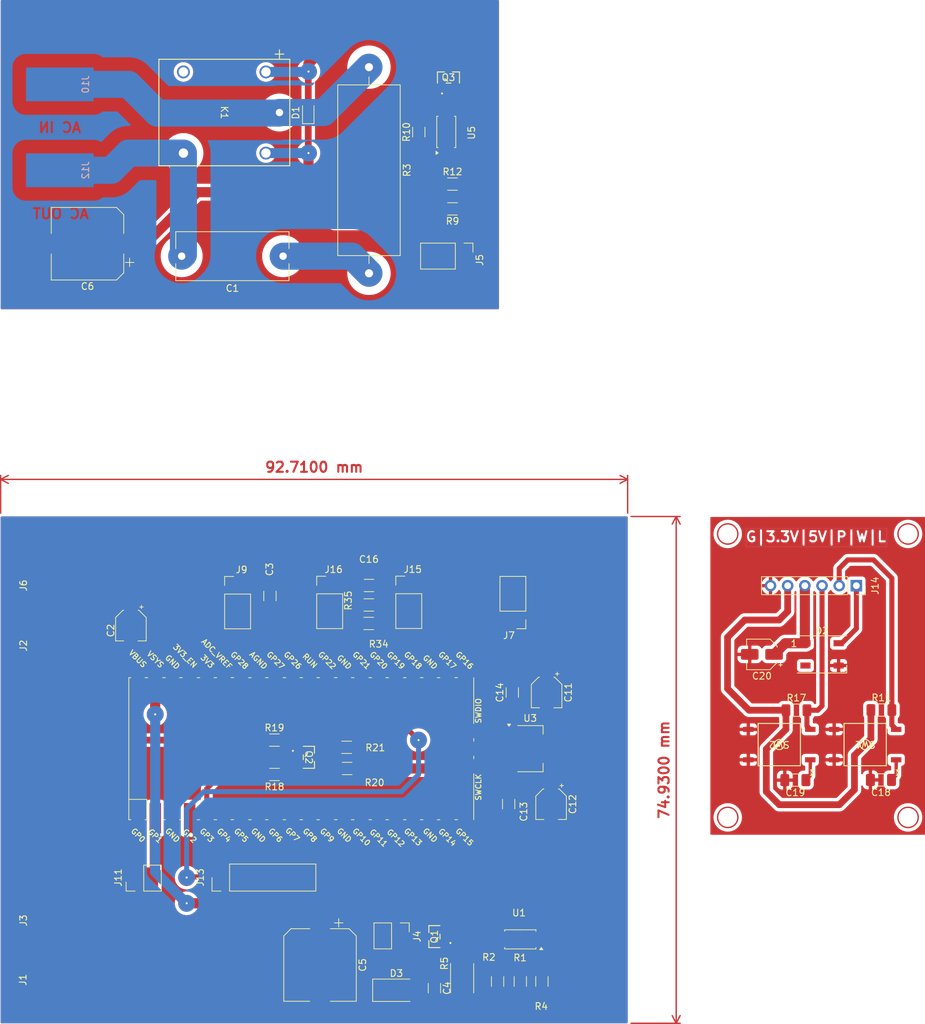
<source format=kicad_pcb>
(kicad_pcb (version 20240108) (generator "pcbnew") (generator_version "8.0")
  (layers (0 "F.Cu" signal) (31 "B.Cu" signal) (34 "B.Paste" user) (35 "F.Paste" user) (36 "B.SilkS" user "B.Silkscreen") (37 "F.SilkS" user "F.Silkscreen") (38 "B.Mask" user) (39 "F.Mask" user) (44 "Edge.Cuts" user))
  (net 0 "")
  (net 1 "+5V(A)")
  (net 2 "GND")
  (net 3 "Net-(D1-A)")
  (net 4 "/AC LIVE IN")
  (net 5 "Net-(J11-Pin_1)")
  (net 6 "Net-(J11-Pin_2)")
  (net 8 "Net-(Q3-G)")
  (net 9 "Net-(R12-Pad1)")
  (net 10 "/Relay 1")
  (net 11 "+12V")
  (net 12 "Net-(C4-Pad2)")
  (net 13 "Net-(Q1-G)")
  (net 14 "Net-(R1-Pad2)")
  (net 15 "/Solenoid")
  (net 16 "Net-(C18-Pad1)")
  (net 20 "Net-(U3-VO)")
  (net 22 "Net-(C19-Pad1)")
  (net 30 "Net-(D2-DIN)")
  (net 37 "+3.3V")
  (net 38 "/AC OUT")
  (net 39 "/AC ROUTE")
  (net 40 "Net-(D3-A)")
  (net 41 "/Pressure")
  (net 43 "Net-(J16-Pin_2)")
  (net 44 "/Current Sense")
  (net 49 "Net-(Q2-D)")
  (net 50 "Net-(Q2-S)")
  (net 51 "/Reset Wifi")
  (net 52 "/Shut Down")
  (net 53 "/RGB LED")
  (net 54 "unconnected-(U6-GPIO5-Pad7)")
  (net 55 "Net-(J5-Pin_1)")
  (net 56 "Net-(J13-Pin_1)")
  (net 58 "Net-(J14-Pin_2)")
  (net 59 "Net-(J14-Pin_3)")
  (footprint "Capacitor_SMD:C_1206_3216Metric_Pad1.33x1.80mm_HandSolder" (layer "F.Cu") (at 91.33183 131.389951 90)
    (property "Reference" "C14")
    (property "Value" "100nf")
  )
  (footprint "Resistor_THT:R_Axial_Power_L25.0mm_W9.0mm_P30.48mm" (layer "F.Cu") (at 70.144822 38.931682 -90)
    (property "Reference" "R3")
    (property "Value" "680R")
  )
  (footprint "Resistor_SMD:R_2512_6332Metric_Pad1.40x3.35mm_HandSolder" (layer "F.Cu") (at 83.913217 173.631234 90)
    (property "Reference" "R5")
    (property "Value" "100R")
  )
  (footprint "Capacitor_SMD:CP_Elec_4x5.4" (layer "F.Cu") (at 128.245 125.755 180)
    (property "Reference" "C20")
    (property "Value" "10uf")
  )
  (footprint "Connector_Wire:SolderWirePad_1x01_SMD_5x10mm" (layer "F.Cu") (at 22.86 124.46 90)
    (property "Reference" "J2")
    (property "Value" "GND(A)")
  )
  (footprint "Resistor_SMD:R_1206_3216Metric_Pad1.30x1.75mm_HandSolder" (layer "F.Cu") (at 92.517356 174.112836 90)
    (property "Reference" "R1")
    (property "Value" "10K")
  )
  (footprint "Resistor_SMD:R_1206_3216Metric_Pad1.30x1.75mm_HandSolder" (layer "F.Cu") (at 89.160128 174.125477 90)
    (property "Reference" "R2")
    (property "Value" "10K")
  )
  (footprint "ul_PMV20XNER:SOT23-TO-236AB_NEX" (layer "F.Cu") (at 61.252517 140.97 -90)
    (property "Reference" "Q2")
    (property "Value" "A2SHB")
  )
  (footprint "Resistor_SMD:R_1206_3216Metric_Pad1.30x1.75mm_HandSolder" (layer "F.Cu") (at 70.105155 121.182244)
    (property "Reference" "R34")
    (property "Value" "15K")
  )
  (footprint "Resistor_SMD:R_1206_3216Metric_Pad1.30x1.75mm_HandSolder" (layer "F.Cu") (at 56.172517 143.51 180)
    (property "Reference" "R18")
    (property "Value" "470R")
  )
  (footprint "SMD-Connectors:SMD-PinHeader_1x03_P2.54mm_Vertical" (layer "F.Cu") (at 51.3 115.57)
    (property "Reference" "J9")
    (property "Value" "Current Sensor Pins")
  )
  (footprint "Capacitor_SMD:C_1206_3216Metric_Pad1.33x1.80mm_HandSolder" (layer "F.Cu") (at 70.1425 115.57 180)
    (property "Reference" "C16")
    (property "Value" "100nf")
  )
  (footprint "Resistor_SMD:R_1206_3216Metric_Pad1.30x1.75mm_HandSolder" (layer "F.Cu") (at 66.91737 142.626449 180)
    (property "Reference" "R20")
    (property "Value" "2K2")
  )
  (footprint "Capacitor_SMD:C_1206_3216Metric_Pad1.33x1.80mm_HandSolder" (layer "F.Cu") (at 79.82 175.102836 -90)
    (property "Reference" "C4")
    (property "Value" "100nf")
  )
  (footprint "SMD-Connectors:SMD-PinHeader_1x03_P2.54mm_Vertical" (layer "F.Cu") (at 90.84 120.635 180)
    (property "Reference" "J7")
    (property "Value" "Relay Out Pins")
  )
  (footprint "Capacitor_SMD:C_1206_3216Metric_Pad1.33x1.80mm_HandSolder" (layer "F.Cu") (at 145.850056 144.317844 180)
    (property "Reference" "C18")
    (property "Value" "10nf")
  )
  (footprint "ul_PMV20XNER:SOT23-TO-236AB_NEX" (layer "F.Cu") (at 81.894821 40.460682)
    (property "Reference" "Q3")
    (property "Value" "PMV20XNER")
  )
  (footprint "Resistor_SMD:R_1206_3216Metric_Pad1.30x1.75mm_HandSolder" (layer "F.Cu") (at 145.913549 133.984365)
    (property "Reference" "R11")
    (property "Value" "4.7K")
  )
  (footprint "Resistor_SMD:R_1206_3216Metric_Pad1.30x1.75mm_HandSolder" (layer "F.Cu") (at 77.508564 48.525842 90)
    (property "Reference" "R10")
    (property "Value" "10K")
  )
  (footprint "Capacitor_SMD:CP_Elec_4x5.4" (layer "F.Cu") (at 34.937985 121.499555 -90)
    (property "Reference" "C2")
    (property "Value" "10uf")
  )
  (footprint "ul_PMV20XNER:SOT23-TO-236AB_NEX" (layer "F.Cu") (at 79.82 167.482836 90)
    (property "Reference" "Q1")
    (property "Value" "A2SHB")
  )
  (footprint "SMD-Connectors:SMD-PinHeader_1x02_P2.54mm_Vertical" (layer "F.Cu") (at 74.759344 167.963492 -90)
    (property "Reference" "J4")
    (property "Value" "Conn_01x02_Pin")
  )
  (footprint "FSM4JSMA:SW4_FSM4JSMA_TEC" (layer "F.Cu") (at 130.814298 139.09148 180)
    (property "Reference" "SW2")
    (property "Value" "FSM4JSMA")
  )
  (footprint "Capacitor_THT:C_Rect_L16.5mm_W7.0mm_P15.00mm_MKT" (layer "F.Cu") (at 57.444822 66.876682 180)
    (property "Reference" "C1")
    (property "Value" "0.15uf")
  )
  (footprint "Diode_SMD:D_SOD-323" (layer "F.Cu") (at 61.161447 45.673604 90)
    (property "Reference" "D1")
    (property "Value" "1N5819WS")
  )
  (footprint "Resistor_SMD:R_1206_3216Metric_Pad1.30x1.75mm_HandSolder" (layer "F.Cu") (at 82.496805 59.883424 180)
    (property "Reference" "R9")
    (property "Value" "10K")
  )
  (footprint "SMD-Connectors:SMD-PinHeader_1x06_P2.54mm_Vertical" (layer "F.Cu") (at 54.69901 158.736458 90)
    (property "Reference" "J13")
    (property "Value" "Conn_01x06_Pin")
  )
  (footprint "Connector_Wire:SolderWirePad_1x01_SMD_5x10mm" (layer "F.Cu") (at 22.86 115.57 90)
    (property "Reference" "J6")
    (property "Value" "+5V(A)")
  )
  (footprint "SMD-Connectors:SMD-PinHeader_1x03_P2.54mm_Vertical" (layer "F.Cu") (at 64.9167 115.532269)
    (property "Reference" "J16")
    (property "Value" "Sensor Pins B")
  )
  (footprint "Resistor_SMD:R_1206_3216Metric_Pad1.30x1.75mm_HandSolder" (layer "F.Cu") (at 56.16 138.43)
    (property "Reference" "R19")
    (property "Value" "10K")
  )
  (footprint "Capacitor_SMD:C_1206_3216Metric_Pad1.33x1.80mm_HandSolder" (layer "F.Cu") (at 90.796782 147.891266 -90)
    (property "Reference" "C13")
    (property "Value" "100nf")
  )
  (footprint "FSM4JSMA:SW4_FSM4JSMA_TEC" (layer "F.Cu") (at 143.514298 139.09148 180)
    (property "Reference" "SW1")
    (property "Value" "FSM4JSMA")
  )
  (footprint "LED_SMD:LED_WS2812B_PLCC4_5.0x5.0mm_P3.2mm" (layer "F.Cu") (at 137.135 125.755)
    (property "Reference" "D2")
    (property "Value" "WS2812B")
  )
  (footprint "SRD-05VDC-SL-C:RELAY_SRD-05VDC-SL-C_MCE" (layer "F.Cu") (at 56.904823 45.636683 -90)
    (property "Reference" "K1")
    (property "Value" "SRD-05VDC-SL-C")
  )
  (footprint "Package_SO:SOP-4_4.4x2.6mm_P1.27mm" (layer "F.Cu") (at 81.573872 48.504637 90)
    (property "Reference" "U5")
    (property "Value" "PC817")
  )
  (footprint "Capacitor_SMD:CP_Elec_10x10.5" (layer "F.Cu") (at 62.904309 171.680628 -90)
    (property "Reference" "C5")
    (property "Value" "100uf")
  )
  (footprint "Resistor_SMD:R_1206_3216Metric_Pad1.30x1.75mm_HandSolder" (layer "F.Cu") (at 95.715963 174.111596 -90)
    (property "Reference" "R4")
    (property "Value" "330R")
  )
  (footprint "SMD-Connectors:SMD-PinHeader_1x03_P2.54mm_Vertical" (layer "F.Cu") (at 84.186981 67.452424 -90)
    (property "Reference" "J5")
    (property "Value" "Relay In Pins")
  )
  (footprint "Capacitor_SMD:C_1206_3216Metric_Pad1.33x1.80mm_HandSolder" (layer "F.Cu") (at 55.502519 117.122596 90)
    (property "Reference" "C3")
    (property "Value" "100nf")
  )
  (footprint "Capacitor_SMD:C_1206_3216Metric_Pad1.33x1.80mm_HandSolder" (layer "F.Cu") (at 133.191335 144.34443 180)
    (property "Reference" "C19")
    (property "Value" "10nf")
  )
  (footprint "Resistor_SMD:R_1206_3216Metric_Pad1.30x1.75mm_HandSolder" (layer "F.Cu") (at 82.490026 56.217368)
    (property "Reference" "R12")
    (property "Value" "330R")
  )
  (footprint "SMD-Connectors:SMD-PinHeader_1x02_P2.54mm_Vertical" (layer "F.Cu") (at 35.56 158.25 90)
    (property "Reference" "J11")
    (property "Value" "Conn_01x02_Pin")
  )
  (footprint "Package_SO:SOP-4_4.4x2.6mm_P1.27mm" (layer "F.Cu") (at 92.52 167.892646 180)
    (property "Reference" "U1")
    (property "Value" "PC817")
  )
  (footprint "Resistor_SMD:R_1206_3216Metric_Pad1.30x1.75mm_HandSolder" (layer "F.Cu") (at 70.118221 118.446879)
    (property "Reference" "R35")
    (property "Value" "10K")
  )
  (footprint "Connector_Wire:SolderWirePad_1x01_SMD_5x10mm" (layer "F.Cu") (at 22.786575 173.875572 90)
    (property "Reference" "J1")
    (property "Value" "GND 12V")
  )
  (footprint "Capacitor_SMD:CP_Elec_10x10.5" (layer "F.Cu") (at 28.523071 65.036684 180)
    (property "Reference" "C6")
    (property "Value" "100uf")
  )
  (footprint "Connector_PinSocket_2.54mm:PinSocket_1x06_P2.54mm_Vertical" (layer "F.Cu") (at 142.215 115.595 -90)
    (property "Reference" "J14")
    (property "Value" "Conn_01x06_Pin")
  )
  (footprint "Resistor_SMD:R_1206_3216Metric_Pad1.30x1.75mm_HandSolder" (layer "F.Cu") (at 133.354298 134.01148)
    (property "Reference" "R17")
    (property "Value" "4.7K")
  )
  (footprint "Diode_SMD:D_SMA" (layer "F.Cu") (at 74.2 175.417164)
    (property "Reference" "D3")
    (property "Value" "1N4007")
  )
  (footprint "Raspberry Pi Pico:RPi_Pico_SMD" (layer "F.Cu") (at 60.132305 139.7 90)
    (property "Reference" "U6" (hide yes))
    (property "Value" "Pico" (hide yes))
  )
  (footprint "Resistor_SMD:R_1206_3216Metric_Pad1.30x1.75mm_HandSolder" (layer "F.Cu") (at 66.840311 139.497343 180)
    (property "Reference" "R21")
    (property "Value" "470R")
  )
  (footprint "Connector_Wire:SolderWirePad_1x01_SMD_5x10mm" (layer "F.Cu") (at 22.86 165.1 90)
    (property "Reference" "J3")
    (property "Value" "+12V")
  )
  (footprint "Capacitor_SMD:CP_Elec_4x5.4" (layer "F.Cu") (at 96.41183 131.389951 -90)
    (property "Reference" "C11")
    (property "Value" "10uf")
  )
  (footprint "Package_TO_SOT_SMD:SOT-223-3_TabPin2" (layer "F.Cu") (at 93.98 139.7)
    (property "Reference" "U3")
    (property "Value" "AMS1117-3.3")
  )
  (footprint "SMD-Connectors:SMD-PinHeader_1x03_P2.54mm_Vertical" (layer "F.Cu") (at 76.612477 115.518294)
    (property "Reference" "J15")
    (property "Value" "Sensor Pins A")
  )
  (footprint "Capacitor_SMD:CP_Elec_4x5.4" (layer "F.Cu") (at 97.072173 147.906114 -90)
    (property "Reference" "C12")
    (property "Value" "10uf")
  )
  (footprint "Connector_Wire:SolderWirePad_1x01_SMD_5x10mm" (layer "B.Cu") (at 24.424822 41.476682 90)
    (property "Reference" "J10")
    (property "Value" "AC LIVE IN")
  )
  (footprint "Connector_Wire:SolderWirePad_1x01_SMD_5x10mm" (layer "B.Cu") (at 24.424822 54.176682 90)
    (property "Reference" "J12")
    (property "Value" "AC OUT 1")
  )
  (gr_circle (center 149.86 107.95) (end 151.36 107.95) (stroke (width 0.2)) (fill none) (layer "F.Cu"))
  (gr_circle (center 123.19 149.86) (end 124.69 149.86) (stroke (width 0.2)) (fill none) (layer "F.Cu"))
  (gr_circle (center 149.86 149.86) (end 151.36 149.86) (stroke (width 0.2)) (fill none) (layer "F.Cu"))
  (gr_circle (center 18.232788 72.180547) (end 19.732788 72.180547) (stroke (width 0.2)) (fill none) (layer "F.Cu"))
  (gr_circle (center 18.232788 31.540547) (end 19.732788 31.540547) (stroke (width 0.2)) (fill none) (layer "F.Cu"))
  (gr_circle (center 123.19 107.95) (end 124.69 107.95) (stroke (width 0.2)) (fill none) (layer "F.Cu"))
  (gr_circle (center 86.36 31.540547) (end 87.86 31.540547) (stroke (width 0.2)) (fill none) (layer "F.Cu"))
  (gr_circle (center 105.41 107.95) (end 106.91 107.95) (stroke (width 0.2)) (fill none) (layer "F.Cu"))
  (gr_circle (center 86.36 72.180547) (end 87.86 72.180547) (stroke (width 0.2)) (fill none) (layer "F.Cu"))
  (gr_circle (center 19.05 107.95) (end 20.55 107.95) (stroke (width 0.2)) (fill none) (layer "F.Cu"))
  (gr_circle (center 35.56 177.8) (end 37.06 177.8) (stroke (width 0.2)) (fill none) (layer "F.Cu"))
  (gr_circle (center 105.41 177.8) (end 106.91 177.8) (stroke (width 0.2)) (fill none) (layer "F.Cu"))
  (gr_text "PRESSURE" (at 61.637992 123.441253 90) (layer "F.Cu" knockout) (effects (font (size 1.5 1.5) (thickness 0.3) (bold yes)) (justify left bottom)))
  (gr_text "5V IN" (at 19.629459 120.886162 0) (layer "F.Cu" knockout) (effects (font (size 1.5 1.5) (thickness 0.3) (bold yes)) (justify left bottom)))
  (gr_text "DEBUG" (at 33.108838 163.65184 0) (layer "F.Cu" knockout) (effects (font (size 1.5 1.5) (thickness 0.3) (bold yes)) (justify left bottom)))
  (gr_text "SOL | + -" (at 62.80198 164.048453 0) (layer "F.Cu" knockout) (effects (font (size 1.5 1.5) (thickness 0.3) (bold yes)) (justify left bottom)))
  (gr_text "S|5V|G" (at 96.272001 122.512205 90) (layer "F.Cu" knockout) (effects (font (size 1.5 1.5) (thickness 0.3) (bold yes)) (justify left bottom)))
  (gr_text "CONTROLS" (at 64.77 156.729098 0) (layer "F.Cu" knockout) (effects (font (size 1.5 1.5) (thickness 0.3) (bold yes)) (justify left bottom)))
  (gr_text "1" (at 74.93 113.03 0) (layer "F.Cu" knockout) (effects (font (size 1.5 1.5) (thickness 0.3) (bold yes)) (justify left bottom)))
  (gr_text "12V IN" (at 18.875377 170.429352 0) (layer "F.Cu" knockout) (effects (font (size 1.5 1.5) (thickness 0.3) (bold yes)) (justify left bottom)))
  (gr_text "L|W|P|5V|3.3V|G" (at 63.511623 159.477101 0) (layer "F.Cu" knockout) (effects (font (size 1.5 1.5) (thickness 0.3) (bold yes)) (justify left bottom)))
  (gr_text "+" (at 27.607509 161.535513 90) (layer "F.Cu" knockout) (effects (font (size 1.5 1.5) (thickness 0.3) (bold yes)) (justify left bottom)))
  (gr_text "+" (at 29.143717 113.348697 0) (layer "F.Cu" knockout) (effects (font (size 1.5 1.5) (thickness 0.3) (bold yes)) (justify left bottom)))
  (gr_text "RELAY" (at 99.234333 121.649754 90) (layer "F.Cu" knockout) (effects (font (size 1.5 1.5) (thickness 0.3) (bold yes)) (justify left bottom)))
  (gr_text "O|G|3.3V" (at 44.45 121.92 90) (layer "F.Cu" knockout) (effects (font (size 1.5 1.5) (thickness 0.3) (bold yes)) (justify left bottom)))
  (gr_text "G|3.3V|5V|P|W|L" (at 125.705 109.245 0) (layer "F.Cu" knockout) (effects (font (size 1.5 1.5) (thickness 0.3) (bold yes)) (justify left bottom)))
  (gr_text "CURRENT" (at 41.897467 121.540994 90) (layer "F.Cu" knockout) (effects (font (size 1.5 1.5) (thickness 0.3) (bold yes)) (justify left bottom)))
  (gr_text "AC OUT" (at 28.872638 61.479049 0) (layer "B.Cu" knockout) (effects (font (size 1.5 1.5) (thickness 0.3) (bold yes)) (justify left bottom mirror)))
  (gr_text "AC IN" (at 27.730831 48.747054 0) (layer "B.Cu" knockout) (effects (font (size 1.5 1.5) (thickness 0.3) (bold yes)) (justify left bottom mirror)))
  (dimension (type aligned) (layer "F.Cu") (pts (xy 108.392305 105.365) (xy 108.392305 180.295)) (height -7.177695) (gr_text "74.9300 mm" (at 113.77 142.83 90) (layer "F.Cu") (effects (font (size 1.5 1.5) (thickness 0.3)))) (format (prefix "") (suffix "") (units 3) (units_format 1) (precision 4)) (style (thickness 0.2) (arrow_length 1.27) (text_position_mode 0) (extension_height 0.58642) (extension_offset 0.5) keep_text_aligned))
  (dimension (type aligned) (layer "F.Cu") (pts (xy 15.682305 105.365) (xy 108.392305 105.365)) (height -5.484978) (gr_text "92.7100 mm" (at 62.037305 98.080022 0) (layer "F.Cu") (effects (font (size 1.5 1.5) (thickness 0.3)))) (format (prefix "") (suffix "") (units 3) (units_format 1) (precision 4)) (style (thickness 0.2) (arrow_length 1.27) (text_position_mode 0) (extension_height 0.58642) (extension_offset 0.5) keep_text_aligned))
  (segment (start 55.88 161.29) (end 54.61 162.56) (width 1.5) (layer "F.Cu") (net 1))
  (segment (start 89.14 142) (end 87.63 143.51) (width 1.5) (layer "F.Cu") (net 1))
  (segment (start 61.198644 57.930504) (end 61.198644 57.416684) (width 1.5) (layer "F.Cu") (net 1))
  (segment (start 22.86 111.76) (end 22.86 115.57) (width 1.5) (layer "F.Cu") (net 1))
  (segment (start 36.002305 115.525) (end 38.542305 118.065) (width 1.5) (layer "F.Cu") (net 1))
  (segment (start 38.531563 134.62) (end 38.531563 130.820742) (width 1.5) (layer "F.Cu") (net 1))
  (segment (start 61.161447 51.596397) (end 61.198644 51.633594) (width 1.5) (layer "F.Cu") (net 1))
  (segment (start 32.723071 65.036684) (end 37.124822 65.036684) (width 1.5) (layer "F.Cu") (net 1))
  (segment (start 37.124822 65.036684) (end 44.744822 57.416684) (width 1.5) (layer "F.Cu") (net 1))
  (segment (start 54.61 162.56) (end 43.18 162.56) (width 1.5) (layer "F.Cu") (net 1))
  (segment (start 91.44 156.21) (end 99.06 156.21) (width 1.5) (layer "F.Cu") (net 1))
  (segment (start 61.198644 57.416684) (end 61.198644 51.633594) (width 1.5) (layer "F.Cu") (net 1))
  (segment (start 78.74 109.22) (end 82.55 113.03) (width 1.5) (layer "F.Cu") (net 1))
  (segment (start 34.937985 119.699555) (end 34.937985 115.566906) (width 1.5) (layer "F.Cu") (net 1))
  (segment (start 61.161447 46.723604) (end 61.161447 51.596397) (width 1) (layer "F.Cu") (net 1))
  (segment (start 64.4167 115.532269) (end 64.4167 110.1367) (width 1.5) (layer "F.Cu") (net 1))
  (segment (start 90.796782 142.033218) (end 90.83 142) (width 1.5) (layer "F.Cu") (net 1))
  (segment (start 38.542305 118.065) (end 38.542305 130.81) (width 1.5) (layer "F.Cu") (net 1))
  (segment (start 81.646981 64.642424) (end 78.801239 61.796682) (width 1.5) (layer "F.Cu") (net 1))
  (segment (start 63.5 109.22) (end 25.4 109.22) (width 1.5) (layer "F.Cu") (net 1))
  (segment (start 63.5 109.22) (end 78.74 109.22) (width 1.5) (layer "F.Cu") (net 1))
  (segment (start 64.4167 115.532269) (end 68.542269 115.532269) (width 1.5) (layer "F.Cu") (net 1))
  (segment (start 34.934891 115.57) (end 22.86 115.57) (width 1.5) (layer "F.Cu") (net 1))
  (segment (start 134.595 115.595) (end 134.595 124.015) (width 1.5) (layer "F.Cu") (net 1))
  (segment (start 102.87 152.4) (end 102.87 114.3) (width 1.5) (layer "F.Cu") (net 1))
  (segment (start 90.779308 146.34624) (end 90.796782 146.328766) (width 1.5) (layer "F.Cu") (net 1))
  (segment (start 38.531563 130.820742) (end 38.542305 130.81) (width 1.5) (layer "F.Cu") (net 1))
  (segment (start 34.979891 115.525) (end 34.934891 115.57) (width 1.5) (layer "F.Cu") (net 1))
  (segment (start 78.801239 61.796682) (end 65.064822 61.796682) (width 1.5) (layer "F.Cu") (net 1))
  (segment (start 44.744822 57.416684) (end 61.198644 57.416684) (width 1.5) (layer "F.Cu") (net 1))
  (segment (start 81.646981 66.952424) (end 81.646981 64.642424) (width 1.5) (layer "F.Cu") (net 1))
  (segment (start 131.695 124.105) (end 130.045 125.755) (width 1.5) (layer "F.Cu") (net 1))
  (segment (start 68.46737 142.626449) (end 88.513551 142.626449) (width 1.5) (layer "F.Cu") (net 1))
  (segment (start 85.075 118.095) (end 91.34 118.095) (width 1.5) (layer "F.Cu") (net 1))
  (segment (start 34.979891 115.525) (end 36.002305 115.525) (width 1.5) (layer "F.Cu") (net 1))
  (segment (start 99.06 156.21) (end 102.87 152.4) (width 1.5) (layer "F.Cu") (net 1))
  (segment (start 65.064822 61.796682) (end 61.198644 57.930504) (width 1.5) (layer "F.Cu") (net 1))
  (segment (start 87.63 143.51) (end 87.63 152.4) (width 1.5) (layer "F.Cu") (net 1))
  (segment (start 82.55 113.03) (end 82.55 115.57) (width 1.5) (layer "F.Cu") (net 1))
  (segment (start 96.849521 146.328766) (end 97.072173 146.106114) (width 1.5) (layer "F.Cu") (net 1))
  (segment (start 97.79 109.22) (end 78.74 109.22) (width 1.5) (layer "F.Cu") (net 1))
  (segment (start 55.88 158.75) (end 55.88 161.29) (width 1.5) (layer "F.Cu") (net 1))
  (segment (start 90.83 142) (end 89.14 142) (width 1.5) (layer "F.Cu") (net 1))
  (segment (start 25.4 109.22) (end 22.86 111.76) (width 1.5) (layer "F.Cu") (net 1))
  (segment (start 82.55 115.57) (end 80.061706 118.058294) (width 1.5) (layer "F.Cu") (net 1))
  (segment (start 134.595 124.015) (end 134.685 124.105) (width 1.5) (layer "F.Cu") (net 1))
  (segment (start 25.867026 115.500279) (end 25.842305 115.525) (width 1.5) (layer "F.Cu") (net 1))
  (segment (start 88.513551 142.626449) (end 89.14 142) (width 1.5) (layer "F.Cu") (net 1))
  (segment (start 134.685 124.105) (end 131.695 124.105) (width 1.5) (layer "F.Cu") (net 1))
  (segment (start 87.63 152.4) (end 91.44 156.21) (width 1.5) (layer "F.Cu") (net 1))
  (segment (start 68.542269 115.532269) (end 68.58 115.57) (width 1.5) (layer "F.Cu") (net 1))
  (segment (start 37.002447 116.525142) (end 36.002305 115.525) (width 1.5) (layer "F.Cu") (net 1))
  (segment (start 80.061706 118.058294) (end 76.112477 118.058294) (width 1.5) (layer "F.Cu") (net 1))
  (segment (start 90.796782 146.328766) (end 96.849521 146.328766) (width 1.5) (layer "F.Cu") (net 1))
  (segment (start 82.55 115.57) (end 85.075 118.095) (width 1.5) (layer "F.Cu") (net 1))
  (segment (start 64.4167 110.1367) (end 63.5 109.22) (width 1.5) (layer "F.Cu") (net 1))
  (segment (start 34.937985 115.566906) (end 34.979891 115.525) (width 1.5) (layer "F.Cu") (net 1))
  (segment (start 102.87 114.3) (end 97.79 109.22) (width 1.5) (layer "F.Cu") (net 1))
  (segment (start 90.796782 146.328766) (end 90.796782 142.033218) (width 1.5) (layer "F.Cu") (net 1))
  (via (at 43.18 162.56) (size 2.5) (drill 0.3) (layers "F.Cu" "B.Cu") (net 1))
  (via (at 61.198644 51.633594) (size 2.5) (drill 0.3) (layers "F.Cu" "B.Cu") (net 1))
  (via (at 38.531563 134.62) (size 2.5) (drill 0.3) (layers "F.Cu" "B.Cu") (net 1))
  (segment (start 54.904822 51.636682) (end 61.195556 51.636682) (width 1.5) (layer "B.Cu") (net 1))
  (segment (start 38.531563 134.62) (end 38.531563 157.911563) (width 1.5) (layer "B.Cu") (net 1))
  (segment (start 61.195556 51.636682) (end 61.198644 51.633594) (width 1.5) (layer "B.Cu") (net 1))
  (segment (start 38.531563 157.911563) (end 43.18 162.56) (width 1.5) (layer "B.Cu") (net 1))
  (segment (start 77.764822 32.016684) (end 67.604822 32.016684) (width 1.5) (layer "F.Cu") (net 3))
  (segment (start 61.161447 39.615001) (end 61.198644 39.577804) (width 1.5) (layer "F.Cu") (net 3))
  (segment (start 81.894821 36.146683) (end 77.764822 32.016684) (width 1.5) (layer "F.Cu") (net 3))
  (segment (start 67.604822 32.016684) (end 61.198644 38.422862) (width 1.5) (layer "F.Cu") (net 3))
  (segment (start 81.894821 39.444682) (end 81.894821 36.146683) (width 1.5) (layer "F.Cu") (net 3))
  (segment (start 61.198644 38.422862) (end 61.198644 39.577804) (width 1.5) (layer "F.Cu") (net 3))
  (segment (start 61.161447 44.623604) (end 61.161447 39.615001) (width 1) (layer "F.Cu") (net 3))
  (via (at 61.198644 39.577804) (size 2.5) (drill 0.3) (layers "F.Cu" "B.Cu") (net 3))
  (segment (start 54.904822 39.636684) (end 61.139764 39.636684) (width 1.5) (layer "B.Cu") (net 3))
  (segment (start 61.139764 39.636684) (end 61.198644 39.577804) (width 1.5) (layer "B.Cu") (net 3))
  (segment (start 24.424822 41.476682) (end 34.584822 41.476682) (width 4) (layer "B.Cu") (net 4))
  (segment (start 34.584822 41.476682) (end 38.82814 45.72) (width 4) (layer "B.Cu") (net 4))
  (segment (start 38.82814 45.72) (end 56.821506 45.72) (width 4) (layer "B.Cu") (net 4))
  (segment (start 56.821506 45.72) (end 56.904823 45.636683) (width 4) (layer "B.Cu") (net 4))
  (segment (start 56.904823 45.636683) (end 63.439821 45.636683) (width 4) (layer "B.Cu") (net 4))
  (segment (start 63.439821 45.636683) (end 70.144822 38.931682) (width 4) (layer "B.Cu") (net 4))
  (segment (start 35.56 149.032305) (end 36.002305 148.59) (width 0.75) (layer "F.Cu") (net 5))
  (segment (start 35.56 158.75) (end 35.56 149.032305) (width 0.75) (layer "F.Cu") (net 5))
  (segment (start 38.1 149.032305) (end 38.542305 148.59) (width 0.75) (layer "F.Cu") (net 6))
  (segment (start 38.1 158.75) (end 38.1 149.032305) (width 0.75) (layer "F.Cu") (net 6))
  (segment (start 79.167269 45.317137) (end 77.508564 46.975842) (width 0.5) (layer "F.Cu") (net 8))
  (segment (start 80.938872 45.317137) (end 79.167269 45.317137) (width 0.5) (layer "F.Cu") (net 8))
  (segment (start 80.94482 41.476682) (end 80.94482 45.311189) (width 0.5) (layer "F.Cu") (net 8))
  (segment (start 80.94482 45.311189) (end 80.938872 45.317137) (width 0.5) (layer "F.Cu") (net 8))
  (segment (start 80.940026 59.876645) (end 80.946805 59.883424) (width 0.5) (layer "F.Cu") (net 9))
  (segment (start 80.940026 56.217368) (end 80.940026 51.693291) (width 0.5) (layer "F.Cu") (net 9))
  (segment (start 80.940026 56.217368) (end 80.940026 59.876645) (width 0.5) (layer "F.Cu") (net 9))
  (segment (start 80.940026 51.693291) (end 80.938872 51.692137) (width 0.5) (layer "F.Cu") (net 9))
  (segment (start 81.722305 124.017695) (end 85.105 120.635) (width 0.75) (layer "F.Cu") (net 10))
  (segment (start 81.722305 130.81) (end 81.722305 124.017695) (width 0.75) (layer "F.Cu") (net 10))
  (segment (start 85.105 120.635) (end 91.34 120.635) (width 0.75) (layer "F.Cu") (net 10))
  (segment (start 57.309372 167.480628) (end 62.904309 167.480628) (width 1.5) (layer "F.Cu") (net 11))
  (segment (start 72.2 167.482836) (end 72.219344 167.463492) (width 1.5) (layer "F.Cu") (net 11))
  (segment (start 22.86 165.1) (end 27.94 165.1) (width 1.5) (layer "F.Cu") (net 11))
  (segment (start 27.94 165.1) (end 33.199014 170.359014) (width 1.5) (layer "F.Cu") (net 11))
  (segment (start 72.2 175.417164) (end 72.2 167.482836) (width 1.5) (layer "F.Cu") (net 11))
  (segment (start 54.430986 170.359014) (end 57.309372 167.480628) (width 1.5) (layer "F.Cu") (net 11))
  (segment (start 72.202208 167.480628) (end 72.219344 167.463492) (width 1.5) (layer "F.Cu") (net 11))
  (segment (start 62.904309 167.480628) (end 62.902101 167.482836) (width 1.5) (layer "F.Cu") (net 11))
  (segment (start 72.197792 175.419372) (end 72.2 175.417164) (width 1.5) (layer "F.Cu") (net 11))
  (segment (start 33.199014 170.359014) (end 54.430986 170.359014) (width 1.5) (layer "F.Cu") (net 11))
  (segment (start 62.904309 167.480628) (end 72.202208 167.480628) (width 1.5) (layer "F.Cu") (net 11))
  (segment (start 79.82 176.665336) (end 83.897319 176.665336) (width 0.5) (layer "F.Cu") (net 12))
  (segment (start 83.897319 176.665336) (end 83.913217 176.681234) (width 0.5) (layer "F.Cu") (net 12))
  (segment (start 89.3325 168.527646) (end 89.3325 172.403105) (width 0.75) (layer "F.Cu") (net 13))
  (segment (start 89.3325 172.403105) (end 89.160128 172.575477) (width 0.75) (layer "F.Cu") (net 13))
  (segment (start 89.3325 168.527646) (end 80.930809 168.527646) (width 0.75) (layer "F.Cu") (net 13))
  (segment (start 80.930809 168.527646) (end 80.836 168.432837) (width 0.75) (layer "F.Cu") (net 13))
  (segment (start 89.325765 168.534381) (end 89.3325 168.527646) (width 0.75) (layer "F.Cu") (net 13))
  (segment (start 89.320972 168.539174) (end 89.3325 168.527646) (width 0.75) (layer "F.Cu") (net 13))
  (segment (start 95.7075 172.553133) (end 95.715963 172.561596) (width 0.75) (layer "F.Cu") (net 14))
  (segment (start 95.7075 168.527646) (end 95.7075 172.553133) (width 0.75) (layer "F.Cu") (net 14))
  (segment (start 95.714723 172.562836) (end 95.715963 172.561596) (width 0.75) (layer "F.Cu") (net 14))
  (segment (start 92.517356 172.562836) (end 95.714723 172.562836) (width 0.75) (layer "F.Cu") (net 14))
  (segment (start 101.6 166.37) (end 101.6 172.72) (width 0.75) (layer "F.Cu") (net 15))
  (segment (start 96.52 161.29) (end 101.6 166.37) (width 0.75) (layer "F.Cu") (net 15))
  (segment (start 98.658404 175.661596) (end 95.715963 175.661596) (width 0.75) (layer "F.Cu") (net 15))
  (segment (start 84.262305 155.382305) (end 90.17 161.29) (width 0.75) (layer "F.Cu") (net 15))
  (segment (start 101.6 172.72) (end 98.658404 175.661596) (width 0.75) (layer "F.Cu") (net 15))
  (segment (start 84.262305 148.59) (end 84.262305 155.382305) (width 0.75) (layer "F.Cu") (net 15))
  (segment (start 90.17 161.29) (end 96.52 161.29) (width 0.75) (layer "F.Cu") (net 15))
  (segment (start 148.098998 143.631402) (end 147.412556 144.317844) (width 0.5) (layer "F.Cu") (net 16))
  (segment (start 148.098998 141.33938) (end 148.098998 143.631402) (width 0.5) (layer "F.Cu") (net 16))
  (segment (start 96.41183 133.189951) (end 91.56933 133.189951) (width 0.75) (layer "F.Cu") (net 20))
  (segment (start 87.63 139.7) (end 82.55 134.62) (width 0.75) (layer "F.Cu") (net 20))
  (segment (start 91.56933 133.189951) (end 91.33183 132.952451) (width 0.75) (layer "F.Cu") (net 20))
  (segment (start 48.702305 131.72) (end 48.702305 130.81) (width 0.75) (layer "F.Cu") (net 20))
  (segment (start 97.13 139.7) (end 97.13 133.908121) (width 0.75) (layer "F.Cu") (net 20))
  (segment (start 97.13 133.908121) (end 96.41183 133.189951) (width 0.75) (layer "F.Cu") (net 20))
  (segment (start 90.83 139.7) (end 97.13 139.7) (width 0.75) (layer "F.Cu") (net 20))
  (segment (start 90.83 139.7) (end 87.63 139.7) (width 0.75) (layer "F.Cu") (net 20))
  (segment (start 82.55 134.62) (end 51.602305 134.62) (width 0.75) (layer "F.Cu") (net 20))
  (segment (start 51.602305 134.62) (end 48.702305 131.72) (width 0.75) (layer "F.Cu") (net 20))
  (segment (start 135.398998 143.699267) (end 134.753835 144.34443) (width 0.5) (layer "F.Cu") (net 22))
  (segment (start 135.398998 141.33938) (end 135.398998 143.699267) (width 0.5) (layer "F.Cu") (net 22))
  (segment (start 140.055 124.105) (end 142.215 121.945) (width 0.75) (layer "F.Cu") (net 30))
  (segment (start 142.215 121.945) (end 142.215 115.595) (width 0.75) (layer "F.Cu") (net 30))
  (segment (start 139.585 124.105) (end 140.055 124.105) (width 0.75) (layer "F.Cu") (net 30))
  (segment (start 144.363549 138.242229) (end 144.363549 133.984365) (width 1) (layer "F.Cu") (net 37))
  (segment (start 46.162305 132.522305) (end 52.07 138.43) (width 1) (layer "F.Cu") (net 37))
  (segment (start 31.75 140.97) (end 31.75 163.83) (width 1) (layer "F.Cu") (net 37))
  (segment (start 123.165 130.835) (end 126.34148 134.01148) (width 1) (layer "F.Cu") (net 37))
  (segment (start 125.705 120.675) (end 123.165 123.215) (width 1) (layer "F.Cu") (net 37))
  (segment (start 128.896597 146.063779) (end 130.814298 147.98148) (width 1) (layer "F.Cu") (net 37))
  (segment (start 131.804298 134.01148) (end 131.804298 136.83148) (width 1) (layer "F.Cu") (net 37))
  (segment (start 59.085 136.555) (end 60.236517 137.706517) (width 1) (layer "F.Cu") (net 37))
  (segment (start 123.165 123.215) (end 123.165 130.835) (width 1) (layer "F.Cu") (net 37))
  (segment (start 141.928393 145.757385) (end 141.928393 140.677385) (width 1) (layer "F.Cu") (net 37))
  (segment (start 46.162305 130.81) (end 46.162305 117.707695) (width 1) (layer "F.Cu") (net 37))
  (segment (start 58.42 161.29) (end 58.42 158.75) (width 1) (layer "F.Cu") (net 37))
  (segment (start 34.29 138.43) (end 31.75 140.97) (width 1) (layer "F.Cu") (net 37))
  (segment (start 55.492615 115.57) (end 55.502519 115.560096) (width 1) (layer "F.Cu") (net 37))
  (segment (start 130.785 120.675) (end 125.705 120.675) (width 1) (layer "F.Cu") (net 37))
  (segment (start 48.3 115.57) (end 50.8 115.57) (width 1) (layer "F.Cu") (net 37))
  (segment (start 56.485 136.555) (end 59.085 136.555) (width 1) (layer "F.Cu") (net 37))
  (segment (start 46.162305 130.81) (end 46.162305 132.522305) (width 1) (layer "F.Cu") (net 37))
  (segment (start 141.928393 140.677385) (end 144.363549 138.242229) (width 1) (layer "F.Cu") (net 37))
  (segment (start 60.236517 137.706517) (end 60.236517 140.019999) (width 1) (layer "F.Cu") (net 37))
  (segment (start 126.34148 134.01148) (end 131.804298 134.01148) (width 1) (layer "F.Cu") (net 37))
  (segment (start 130.814298 147.98148) (end 139.704298 147.98148) (width 1) (layer "F.Cu") (net 37))
  (segment (start 53.34 166.37) (end 58.42 161.29) (width 1) (layer "F.Cu") (net 37))
  (segment (start 34.29 166.37) (end 53.34 166.37) (width 1) (layer "F.Cu") (net 37))
  (segment (start 52.07 138.43) (end 54.61 138.43) (width 1) (layer "F.Cu") (net 37))
  (segment (start 50.8 115.57) (end 55.492615 115.57) (width 1) (layer "F.Cu") (net 37))
  (segment (start 139.704298 147.98148) (end 141.928393 145.757385) (width 1) (layer "F.Cu") (net 37))
  (segment (start 128.896597 139.739181) (end 128.896597 146.063779) (width 1) (layer "F.Cu") (net 37))
  (segment (start 52.07 138.43) (end 34.29 138.43) (width 1) (layer "F.Cu") (net 37))
  (segment (start 31.75 163.83) (end 34.29 166.37) (width 1) (layer "F.Cu") (net 37))
  (segment (start 132.055 115.595) (end 132.055 119.405) (width 1) (layer "F.Cu") (net 37))
  (segment (start 54.61 138.43) (end 56.485 136.555) (width 1) (layer "F.Cu") (net 37))
  (segment (start 131.804298 136.83148) (end 128.896597 139.739181) (width 1) (layer "F.Cu") (net 37))
  (segment (start 132.055 119.405) (end 130.785 120.675) (width 1) (layer "F.Cu") (net 37))
  (segment (start 46.162305 117.707695) (end 48.3 115.57) (width 1) (layer "F.Cu") (net 37))
  (segment (start 42.704024 51.636682) (end 42.704024 66.61748) (width 4) (layer "B.Cu") (net 38))
  (segment (start 32.044822 54.176682) (end 34.584822 51.636682) (width 4) (layer "B.Cu") (net 38))
  (segment (start 34.584822 51.636682) (end 42.704024 51.636682) (width 4) (layer "B.Cu") (net 38))
  (segment (start 24.424822 54.176682) (end 32.044822 54.176682) (width 4) (layer "B.Cu") (net 38))
  (segment (start 42.704024 66.61748) (end 42.444822 66.876682) (width 4) (layer "B.Cu") (net 38))
  (segment (start 70.144822 69.411682) (end 67.609822 66.876682) (width 4) (layer "B.Cu") (net 39))
  (segment (start 67.609822 66.876682) (end 57.444822 66.876682) (width 4) (layer "B.Cu") (net 39))
  (segment (start 78.784656 167.463492) (end 78.804 167.482836) (width 1.5) (layer "F.Cu") (net 40))
  (segment (start 74.759344 167.463492) (end 78.784656 167.463492) (width 1.5) (layer "F.Cu") (net 40))
  (segment (start 78.784656 172.504992) (end 78.784656 167.463492) (width 0.75) (layer "F.Cu") (net 40))
  (segment (start 76.2 168.904148) (end 74.759344 167.463492) (width 1.5) (layer "F.Cu") (net 40))
  (segment (start 76.2 175.417164) (end 76.2 168.904148) (width 1.5) (layer "F.Cu") (net 40))
  (segment (start 74.74 167.444148) (end 74.759344 167.463492) (width 0.5) (layer "F.Cu") (net 40))
  (segment (start 78.8425 167.405648) (end 78.784656 167.463492) (width 0.75) (layer "F.Cu") (net 40))
  (segment (start 79.82 173.540336) (end 78.784656 172.504992) (width 0.75) (layer "F.Cu") (net 40))
  (segment (start 58.862305 127.14) (end 58.862305 130.81) (width 0.75) (layer "F.Cu") (net 41))
  (segment (start 71.655155 121.182244) (end 68.377399 124.46) (width 0.75) (layer "F.Cu") (net 41))
  (segment (start 68.377399 124.46) (end 61.542305 124.46) (width 0.75) (layer "F.Cu") (net 41))
  (segment (start 61.542305 124.46) (end 58.862305 127.14) (width 0.75) (layer "F.Cu") (net 41))
  (segment (start 71.668221 121.169178) (end 71.655155 121.182244) (width 0.75) (layer "F.Cu") (net 41))
  (segment (start 71.668221 118.446879) (end 71.668221 121.169178) (width 0.75) (layer "F.Cu") (net 41))
  (segment (start 65.44518 118.072269) (end 64.4167 118.072269) (width 0.75) (layer "F.Cu") (net 43))
  (segment (start 64.408682 118.064251) (end 64.4167 118.072269) (width 0.75) (layer "F.Cu") (net 43))
  (segment (start 68.555155 121.182244) (end 65.44518 118.072269) (width 0.75) (layer "F.Cu") (net 43))
  (segment (start 50.8 120.65) (end 53.34 120.65) (width 0.75) (layer "F.Cu") (net 44))
  (segment (start 53.34 120.65) (end 56.322305 123.632305) (width 0.75) (layer "F.Cu") (net 44))
  (segment (start 56.322305 123.632305) (end 56.322305 130.81) (width 0.75) (layer "F.Cu") (net 44))
  (segment (start 63.817654 140.97) (end 65.290311 139.497343) (width 0.75) (layer "F.Cu") (net 49))
  (segment (start 65.290311 139.497343) (end 65.290311 142.54939) (width 0.75) (layer "F.Cu") (net 49))
  (segment (start 65.290311 142.54939) (end 65.36737 142.626449) (width 0.75) (layer "F.Cu") (net 49))
  (segment (start 62.268517 140.97) (end 63.817654 140.97) (width 0.75) (layer "F.Cu") (net 49))
  (segment (start 65.2766 139.483632) (end 65.290311 139.497343) (width 0.75) (layer "F.Cu") (net 49))
  (segment (start 57.722517 140.740201) (end 57.71 140.727684) (width 0.75) (layer "F.Cu") (net 50))
  (segment (start 58.902317 141.920001) (end 60.236517 141.920001) (width 0.75) (layer "F.Cu") (net 50))
  (segment (start 57.71 138.43) (end 57.71 140.727684) (width 0.75) (layer "F.Cu") (net 50))
  (segment (start 57.71 140.727684) (end 58.902317 141.920001) (width 0.75) (layer "F.Cu") (net 50))
  (segment (start 57.722517 143.51) (end 57.722517 140.740201) (width 0.75) (layer "F.Cu") (net 50))
  (segment (start 48.702305 154.302305) (end 50.8 156.4) (width 0.75) (layer "F.Cu") (net 51))
  (segment (start 48.702305 148.59) (end 48.702305 154.302305) (width 0.75) (layer "F.Cu") (net 51))
  (segment (start 50.8 156.4) (end 50.8 158.65) (width 0.75) (layer "F.Cu") (net 51))
  (segment (start 56.322305 152.452305) (end 53.34 155.43461) (width 0.75) (layer "F.Cu") (net 52))
  (segment (start 53.34 155.43461) (end 53.34 158.65) (width 0.75) (layer "F.Cu") (net 52))
  (segment (start 56.322305 148.59) (end 56.322305 152.452305) (width 0.75) (layer "F.Cu") (net 52))
  (segment (start 48.26 143.51) (end 46.162305 145.607695) (width 0.75) (layer "F.Cu") (net 53))
  (segment (start 54.622517 143.51) (end 48.26 143.51) (width 0.75) (layer "F.Cu") (net 53))
  (segment (start 46.162305 145.607695) (end 46.162305 148.59) (width 0.75) (layer "F.Cu") (net 53))
  (segment (start 51.242305 148.59) (end 51.206785 148.62552) (width 0.5) (layer "F.Cu") (net 54))
  (segment (start 84.885508 56.217368) (end 86.168923 57.500783) (width 0.5) (layer "F.Cu") (net 55))
  (segment (start 86.168923 57.500783) (end 86.168923 61.868232) (width 0.5) (layer "F.Cu") (net 55))
  (segment (start 86.168923 61.868232) (end 84.186981 63.850174) (width 0.5) (layer "F.Cu") (net 55))
  (segment (start 84.186981 63.850174) (end 84.186981 66.952424) (width 0.5) (layer "F.Cu") (net 55))
  (segment (start 84.040026 56.217368) (end 84.885508 56.217368) (width 0.5) (layer "F.Cu") (net 55))
  (segment (start 68.390311 139.497343) (end 68.390311 138.619689) (width 0.75) (layer "F.Cu") (net 56))
  (segment (start 68.390311 138.619689) (end 69.85 137.16) (width 0.75) (layer "F.Cu") (net 56))
  (segment (start 76.2 137.16) (end 77.47 138.43) (width 0.75) (layer "F.Cu") (net 56))
  (segment (start 48.26 158.65) (end 43.28 158.65) (width 0.75) (layer "F.Cu") (net 56))
  (segment (start 69.85 137.16) (end 72.39 137.16) (width 0.75) (layer "F.Cu") (net 56))
  (segment (start 43.28 158.65) (end 43.18 158.75) (width 0.75) (layer "F.Cu") (net 56))
  (segment (start 72.39 137.16) (end 76.2 137.16) (width 0.75) (layer "F.Cu") (net 56))
  (via (at 43.18 158.75) (size 2.5) (drill 0.3) (layers "F.Cu" "B.Cu") (net 56))
  (via (at 77.47 138.43) (size 2.5) (drill 0.3) (layers "F.Cu" "B.Cu") (net 56))
  (segment (start 74.93 146.05) (end 45.72 146.05) (width 0.75) (layer "B.Cu") (net 56))
  (segment (start 77.47 143.51) (end 74.93 146.05) (width 0.75) (layer "B.Cu") (net 56))
  (segment (start 45.72 146.05) (end 43.18 148.59) (width 0.75) (layer "B.Cu") (net 56))
  (segment (start 43.18 148.59) (end 43.18 158.75) (width 0.75) (layer "B.Cu") (net 56))
  (segment (start 77.47 138.43) (end 77.47 143.51) (width 0.75) (layer "B.Cu") (net 56))
  (segment (start 147.463549 114.493549) (end 147.463549 133.984365) (width 0.75) (layer "F.Cu") (net 58))
  (segment (start 140.945 111.785) (end 144.755 111.785) (width 0.75) (layer "F.Cu") (net 58))
  (segment (start 139.675 113.055) (end 140.945 111.785) (width 0.75) (layer "F.Cu") (net 58))
  (segment (start 147.463549 133.984365) (end 147.463549 136.208131) (width 0.75) (layer "F.Cu") (net 58))
  (segment (start 139.675 115.595) (end 139.675 113.055) (width 0.75) (layer "F.Cu") (net 58))
  (segment (start 144.755 111.785) (end 147.463549 114.493549) (width 0.75) (layer "F.Cu") (net 58))
  (segment (start 147.463549 136.208131) (end 148.098998 136.84358) (width 0.75) (layer "F.Cu") (net 58))
  (segment (start 137.135 115.595) (end 137.135 133.375) (width 0.75) (layer "F.Cu") (net 59))
  (segment (start 134.904298 134.01148) (end 134.904298 136.34888) (width 0.75) (layer "F.Cu") (net 59))
  (segment (start 136.49852 134.01148) (end 134.904298 134.01148) (width 0.75) (layer "F.Cu") (net 59))
  (segment (start 134.904298 136.34888) (end 135.398998 136.84358) (width 0.75) (layer "F.Cu") (net 59))
  (segment (start 137.135 133.375) (end 136.49852 134.01148) (width 0.75) (layer "F.Cu") (net 59))
  (zone (net 2) (net_name "GND") (layer "F.Cu") (priority 2) (connect_pads (clearance 0.5)) (min_thickness 0.25) (fill yes (thermal_gap 0.5) (thermal_bridge_width 0.5))
    (polygon (pts (xy 15.692788 29.000547) (xy 15.692788 74.720547) (xy 89.352788 74.720547) (xy 89.352788 29.000547)))
  )
  (zone (net 2) (net_name "GND") (layer "F.Cu") (connect_pads (clearance 0.5)) (min_thickness 0.25) (fill yes (thermal_gap 0.5) (thermal_bridge_width 1))
    (polygon (pts (xy 15.682305 105.365) (xy 15.682305 180.295) (xy 108.392305 180.295) (xy 108.392305 105.365)))
  )
  (zone (net 2) (net_name "GND") (layer "F.Cu") (priority 4) (connect_pads (clearance 0.5)) (min_thickness 0.25) (fill yes (thermal_gap 0.5) (thermal_bridge_width 0.5))
    (polygon (pts (xy 152.375 105.435) (xy 120.625 105.435) (xy 120.625 152.425) (xy 152.375 152.425)))
  )
  (zone (net 2) (net_name "GND") (layer "B.Cu") (priority 3) (connect_pads (clearance 0.5)) (min_thickness 0.25) (fill yes (thermal_gap 0.5) (thermal_bridge_width 0.5))
    (polygon (pts (xy 15.692788 29.000547) (xy 15.692788 74.720547) (xy 89.352788 74.720547) (xy 89.352788 29.000547)))
  )
  (zone (net 2) (net_name "GND") (layer "B.Cu") (priority 1) (connect_pads (clearance 0.5)) (min_thickness 0.25) (fill yes (thermal_gap 0.5) (thermal_bridge_width 0.5))
    (polygon (pts (xy 15.682305 105.365) (xy 15.682305 180.295) (xy 108.392305 180.295) (xy 108.392305 105.365)))
  )
)
</source>
